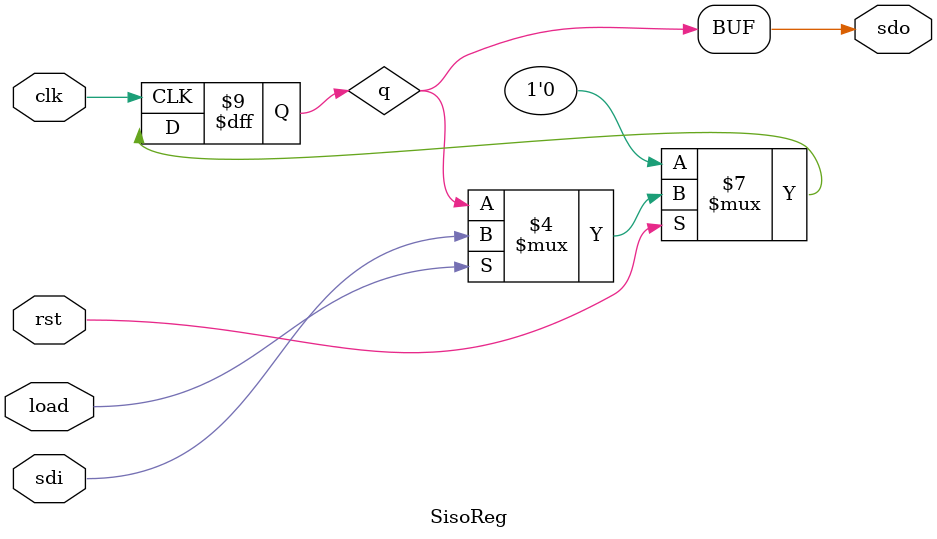
<source format=v>
module SisoReg #(parameter N=1)(
	input wire clk,
	input wire rst,
	input wire load,
	input wire sdi,
	output wire sdo
);
	reg [N-1:0] q = 0;
	always @(posedge clk)
	begin
		if(!rst)
			q <= 0;
		else
			if(load)
				q <= {q[N-2:0],sdi};
	end
	
	assign sdo = q[N-1];
endmodule

</source>
